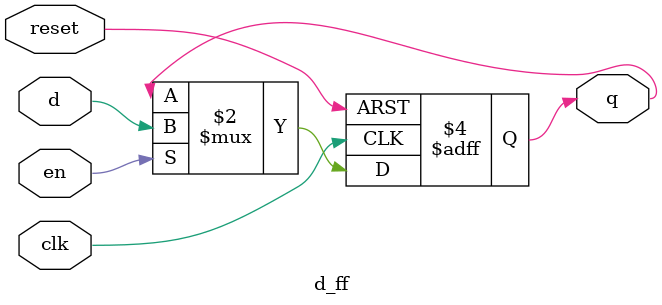
<source format=v>
module d_ff
	(
		input wire clk, reset,
		input wire en,
		input wire d,
		output reg q
	);

	always@(posedge clk, posedge reset) // always se ejecuta con un cambio positovo de clk o reset
		if (reset) // reset tiene prioridad por lo que se pregunta primero
			q<=1'b0; // reset
		else if (en) // si en está activo
			q<=d; // funcionamiento normal ffd

endmodule
</source>
